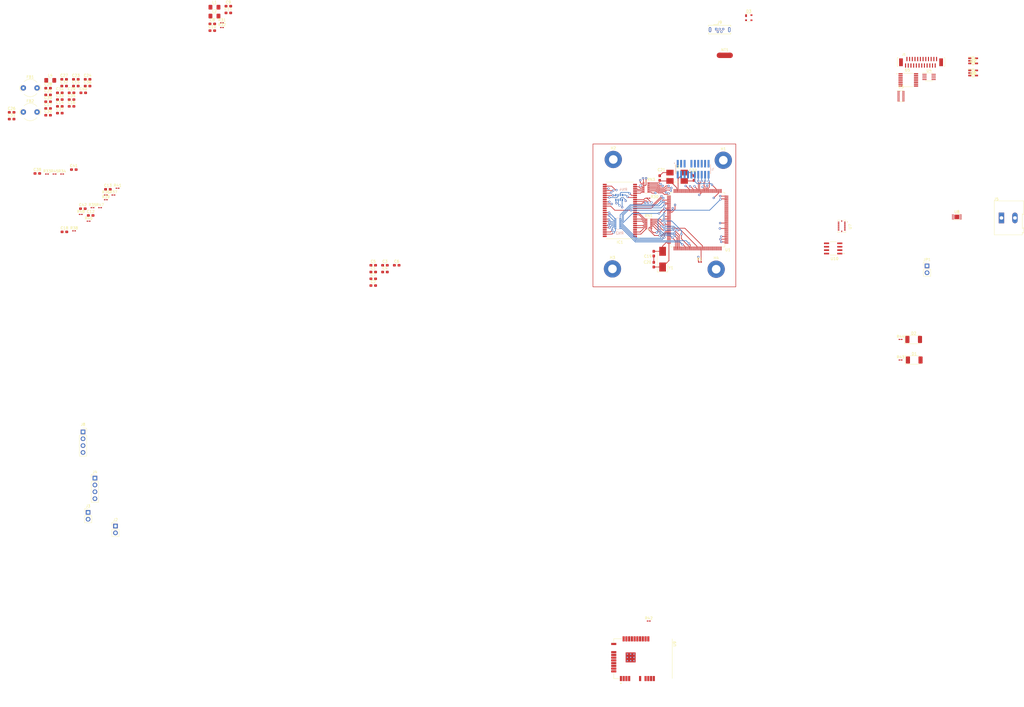
<source format=kicad_pcb>
(kicad_pcb (version 20211014) (generator pcbnew)
  (layers (0 "F.Cu" signal) (1 "In1.Cu" signal) (2 "In2.Cu" signal) (31 "B.Cu" signal) (34 "B.Paste" user) (35 "F.Paste" user) (36 "B.SilkS" user "B.Silkscreen") (37 "F.SilkS" user "F.Silkscreen") (38 "B.Mask" user) (39 "F.Mask" user) (44 "Edge.Cuts" user))
  (net 0 "")
  (net 1 "GND")
  (net 2 "Net-(D3-Pad2)")
  (net 3 "Net-(D3-Pad3)")
  (net 4 "Net-(C18-Pad2)")
  (net 5 "+3V3")
  (net 6 "Net-(IC1-Pad2)")
  (net 7 "Net-(IC1-Pad3)")
  (net 8 "Net-(IC1-Pad5)")
  (net 9 "Net-(IC1-Pad6)")
  (net 10 "Net-(IC1-Pad8)")
  (net 11 "Net-(IC1-Pad9)")
  (net 12 "Net-(IC1-Pad11)")
  (net 13 "Net-(IC1-Pad12)")
  (net 14 "/SDRAM/NBS0")
  (net 15 "/SDRAM/SDWE")
  (net 16 "/SDRAM/CAS")
  (net 17 "/SDRAM/RAS")
  (net 18 "/SDRAM/SDCS")
  (net 19 "Net-(IC1-Pad19)")
  (net 20 "Net-(IC1-Pad20)")
  (net 21 "Net-(IC1-Pad21)")
  (net 22 "Net-(IC1-Pad22)")
  (net 23 "Net-(IC1-Pad23)")
  (net 24 "Net-(IC1-Pad24)")
  (net 25 "Net-(IC1-Pad27)")
  (net 26 "Net-(IC1-Pad28)")
  (net 27 "Net-(IC1-Pad29)")
  (net 28 "Net-(IC1-Pad30)")
  (net 29 "Net-(IC1-Pad31)")
  (net 30 "Net-(IC1-Pad32)")
  (net 32 "/SDRAM/SDCKE")
  (net 33 "Net-(IC1-Pad35)")
  (net 34 "/SDRAM/NBS1")
  (net 36 "Net-(IC1-Pad39)")
  (net 37 "Net-(IC1-Pad40)")
  (net 38 "Net-(IC1-Pad42)")
  (net 39 "Net-(IC1-Pad43)")
  (net 40 "Net-(IC1-Pad45)")
  (net 41 "Net-(IC1-Pad46)")
  (net 42 "Net-(IC1-Pad48)")
  (net 43 "Net-(IC1-Pad49)")
  (net 45 "Net-(J1-Pad3)")
  (net 46 "Net-(C8-Pad1)")
  (net 47 "Net-(J1-Pad5)")
  (net 48 "Net-(J1-Pad6)")
  (net 49 "Net-(J1-Pad7)")
  (net 50 "Net-(J1-Pad8)")
  (net 51 "Net-(J1-Pad9)")
  (net 52 "Net-(C10-Pad2)")
  (net 53 "+1V8")
  (net 54 "Net-(J1-Pad12)")
  (net 55 "Net-(J1-Pad13)")
  (net 56 "Net-(J1-Pad14)")
  (net 57 "Net-(J1-Pad16)")
  (net 58 "Net-(J1-Pad17)")
  (net 59 "Net-(J1-Pad18)")
  (net 60 "Net-(J1-Pad19)")
  (net 61 "Net-(J1-Pad20)")
  (net 62 "Net-(J1-Pad21)")
  (net 63 "Net-(J1-Pad22)")
  (net 65 "Net-(C9-Pad1)")
  (net 66 "/Debug/SWDIO")
  (net 67 "/Debug/SWCLK")
  (net 68 "/Debug/TRACESWO")
  (net 70 "/Debug/TARGET_RESET")
  (net 72 "/Debug/TRACECLK")
  (net 74 "/Debug/TRACED0")
  (net 75 "/Debug/TRACED1")
  (net 76 "/Debug/TRACED2")
  (net 77 "/Debug/TRACED3")
  (net 79 "UART0RX")
  (net 80 "VDD")
  (net 81 "/SDRAM/DQ8")
  (net 82 "/SDRAM/DQ9")
  (net 83 "/SDRAM/DQ10")
  (net 84 "/SDRAM/DQ11")
  (net 85 "/SDRAM/DQ0")
  (net 86 "/SDRAM/A7")
  (net 87 "/SDRAM/A6")
  (net 90 "/SDRAM/A9")
  (net 91 "Net-(U1-Pad17)")
  (net 92 "Net-(U1-Pad19)")
  (net 93 "Net-(U1-Pad20)")
  (net 94 "Net-(U1-Pad21)")
  (net 95 "/SDRAM/A11")
  (net 99 "Net-(U1-Pad26)")
  (net 100 "/SDRAM/DQ12")
  (net 101 "/SDRAM/DQ13")
  (net 102 "/OV5640/ISI_D2")
  (net 103 "Net-(U1-Pad32)")
  (net 104 "UART0TX")
  (net 105 "Net-(C19-Pad2)")
  (net 106 "Net-(C20-Pad2)")
  (net 107 "Net-(U1-Pad37)")
  (net 108 "/SDRAM/DQ1")
  (net 109 "/SDRAM/DQ2")
  (net 110 "/SDRAM/DQ3")
  (net 111 "/SDRAM/DQ4")
  (net 112 "SPI0_MOSI")
  (net 113 "/SDRAM/DQ15")
  (net 116 "/SDRAM/DQ7")
  (net 117 "/SDRAM/DQ14")
  (net 118 "SPI0_SCK")
  (net 119 "Net-(U1-Pad52)")
  (net 121 "/SDRAM/DQ6")
  (net 122 "Net-(U1-Pad55)")
  (net 123 "Net-(U1-Pad56)")
  (net 124 "/SDRAM/SDCK")
  (net 125 "/SDRAM/DQ5")
  (net 127 "/OV5640/ISI_D0")
  (net 129 "/OV5640/ISI_D1")
  (net 130 "SPI0_SS")
  (net 134 "SPI0_MISO")
  (net 136 "/OV5640/ISI_D7")
  (net 138 "/OV5640/ISI_D4")
  (net 139 "/OV5640/ISI_D3")
  (net 140 "/SDRAM/A8")
  (net 141 "TWI0_SCK")
  (net 145 "Net-(JP1-Pad2)")
  (net 146 "/SDRAM/A10")
  (net 148 "TWI0_SDA")
  (net 149 "/OV5640/ISI_D6")
  (net 152 "Net-(U1-Pad97)")
  (net 153 "/OV5640/ISI_D5")
  (net 157 "BMI088_INT")
  (net 160 "Net-(U1-Pad105)")
  (net 163 "Net-(U1-Pad114)")
  (net 167 "/SDRAM/A0")
  (net 168 "/SDRAM/A1")
  (net 169 "Net-(FB1-Pad1)")
  (net 170 "/SDRAM/A2")
  (net 171 "/SDRAM/A3")
  (net 174 "/SDRAM/A4")
  (net 177 "/SDRAM/A5")
  (net 178 "Net-(FB2-Pad1)")
  (net 179 "Net-(C22-Pad1)")
  (net 180 "Net-(C21-Pad1)")
  (net 181 "Net-(C24-Pad1)")
  (net 182 "Net-(R47-Pad1)")
  (net 183 "PSEQ_DONE")
  (net 185 "+2V8")
  (net 189 "Net-(U7-Pad12)")
  (net 191 "+5V")
  (net 192 "Net-(J5-Pad2)")
  (net 193 "Net-(J5-Pad1)")
  (net 194 "Net-(R44-Pad2)")
  (net 195 "Net-(R42-Pad2)")
  (net 200 "Net-(R43-Pad2)")
  (net 205 "Net-(J9-Pad1)")
  (net 206 "Net-(D1-Pad1)")
  (net 207 "Net-(D2-Pad1)")
  (net 211 "+12V")
  (net 213 "GND1")
  (net 214 "Net-(L4-Pad2)")
  (footprint "Capacitor_SMD:C_0603_1608Metric_Pad1.08x0.95mm_HandSolder" (layer "F.Cu") (at -73.25 83.67)
    (fp_text reference "C41")
    (fp_text value "100nF")
  )
  (footprint "Capacitor_SMD:C_0603_1608Metric_Pad1.08x0.95mm_HandSolder" (layer "F.Cu") (at 37.846 124.176)
    (fp_text reference "C7")
    (fp_text value "100nF")
  )
  (footprint "Resistor_SMD:R_0201_0603Metric_Pad0.64x0.40mm_HandSolder" (layer "F.Cu") (at -77.58 85.31)
    (fp_text reference "R34")
    (fp_text value "10k")
  )
  (footprint "Resistor_SMD:R_0201_0603Metric_Pad0.64x0.40mm_HandSolder" (layer "F.Cu") (at -63.5 97.79)
    (fp_text reference "R47")
    (fp_text value "22K")
  )
  (footprint "Ferrite_THT:LairdTech_28C0236-0JW-10" (layer "F.Cu") (at -91.962168 62.305)
    (fp_text reference "FB2")
    (fp_text value "470R@100MHz")
  )
  (footprint "Resistor_SMD:R_Array_Convex_8x0602" (layer "F.Cu") (at 140.07 103.83)
    (fp_text reference "RN1")
    (fp_text value "R_Pack08" hide)
  )
  (footprint "Resistor_SMD:R_0201_0603Metric_Pad0.64x0.40mm_HandSolder" (layer "F.Cu") (at -61.36 93.1)
    (fp_text reference "R36")
    (fp_text value "4.7k")
  )
  (footprint "Connector_PinHeader_2.54mm:PinHeader_1x02_P2.54mm_Vertical" (layer "F.Cu") (at -67.945 210.83)
    (fp_text reference "J3")
    (fp_text value "UART3_DEBUG")
  )
  (footprint "user-footprints:SOP80P1176X120-50N" (layer "F.Cu") (at 129.36 98.82 180)
    (fp_text reference "IC1")
    (fp_text value "IS42S16100H-7TLI")
  )
  (footprint "Capacitor_SMD:C_0603_1608Metric_Pad1.08x0.95mm_HandSolder" (layer "F.Cu") (at -86.78 85.1)
    (fp_text reference "C38")
    (fp_text value "100nF")
  )
  (footprint "Capacitor_SMD:C_0603_1608Metric_Pad1.08x0.95mm_HandSolder" (layer "F.Cu") (at -15.91 25.535)
    (fp_text reference "C11")
    (fp_text value "100nF")
  )
  (footprint "user-footprints:SOT95P280X145-5N" (layer "F.Cu") (at 260.415 47.825)
    (fp_text reference "U6")
    (fp_text value "LDLN025M18R" hide)
  )
  (footprint "Capacitor_SMD:C_0603_1608Metric_Pad1.08x0.95mm_HandSolder" (layer "F.Cu") (at -69.735 55.185)
    (fp_text reference "C40")
    (fp_text value "100nF")
  )
  (footprint "Capacitor_SMD:C_0603_1608Metric_Pad1.08x0.95mm_HandSolder" (layer "F.Cu") (at -82.785 63.495)
    (fp_text reference "C30")
    (fp_text value "4.7uF")
  )
  (footprint "Resistor_SMD:R_0201_0603Metric_Pad0.64x0.40mm_HandSolder" (layer "F.Cu") (at -58.55 93.1)
    (fp_text reference "R37")
    (fp_text value "4.7k")
  )
  (footprint "Capacitor_SMD:C_0603_1608Metric_Pad1.08x0.95mm_HandSolder" (layer "F.Cu") (at -69.89 98.17)
    (fp_text reference "C42")
    (fp_text value "1uF")
  )
  (footprint "Inductor_SMD:L_1206_3216Metric_Pad1.42x1.75mm_HandSolder" (layer "F.Cu") (at -81.985 50.555)
    (fp_text reference "L4")
    (fp_text value "10uH - 60mA")
  )
  (footprint "Resistor_SMD:R_0201_0603Metric_Pad0.64x0.40mm_HandSolder" (layer "F.Cu") (at 159.0775 117.99 180)
    (fp_text reference "R1")
    (fp_text value "22R")
  )
  (footprint "Capacitor_SMD:C_0603_1608Metric_Pad1.08x0.95mm_HandSolder" (layer "F.Cu") (at 141.93 118.94 -90)
    (fp_text reference "C20")
    (fp_text value "18pF")
  )
  (footprint "Package_SON:USON-20_2x4mm_P0.4mm" (layer "F.Cu") (at 233.64 56.44)
    (fp_text reference "U3")
    (fp_text value "TXB0108DQSR")
  )
  (footprint "user-footprints:SOIC127P600X175-8N" (layer "F.Cu") (at 208.48 112.92 180)
    (fp_text reference "U10")
    (fp_text value "ATECC508A-SSHDA-B")
  )
  (footprint "Capacitor_SMD:C_0603_1608Metric_Pad1.08x0.95mm_HandSolder" (layer "F.Cu") (at -78.435 60.205)
    (fp_text reference "C14")
    (fp_text value "1uF")
  )
  (footprint "MountingHole:MountingHole_3.2mm_M3_Pad" (layer "F.Cu") (at 126.6 120.5)
    (fp_text reference "H3")
    (fp_text value "MountingHole_Pad")
  )
  (footprint "Capacitor_SMD:C_0603_1608Metric_Pad1.08x0.95mm_HandSolder" (layer "F.Cu") (at -76.835 50.165)
    (fp_text reference "C27")
    (fp_text value "100nF")
  )
  (footprint "Capacitor_SMD:C_0603_1608Metric_Pad1.08x0.95mm_HandSolder" (layer "F.Cu") (at -82.785 60.985)
    (fp_text reference "C17")
    (fp_text value "10uF")
  )
  (footprint "Capacitor_SMD:C_0603_1608Metric_Pad1.08x0.95mm_HandSolder" (layer "F.Cu") (at 42.196 119.156)
    (fp_text reference "C3")
    (fp_text value "100nF")
  )
  (footprint "user-footprints:TE_2-1734742-4" (layer "F.Cu") (at 241.09 43.85)
    (fp_text reference "J1")
    (fp_text value "2-1734742-4_1")
  )
  (footprint "user-footprints:SOT95P280X145-5N" (layer "F.Cu") (at 260.415 43.325)
    (fp_text reference "U2")
    (fp_text value "LDLN025M28R" hide)
  )
  (footprint "MountingHole:MountingHole_3.2mm_M3_Pad" (layer "F.Cu") (at 165.08 120.63)
    (fp_text reference "H4")
    (fp_text value "MountingHole_Pad")
  )
  (footprint "Resistor_SMD:R_0201_0603Metric_Pad0.64x0.40mm_HandSolder" (layer "F.Cu") (at 233.4775 154.305)
    (fp_text reference "R43")
    (fp_text value "560R")
  )
  (footprint "Capacitor_SMD:C_0603_1608Metric_Pad1.08x0.95mm_HandSolder" (layer "F.Cu") (at -74.085 55.185)
    (fp_text reference "C29")
    (fp_text value "100nF")
  )
  (footprint "Resistor_SMD:R_0201_0603Metric_Pad0.64x0.40mm_HandSolder" (layer "F.Cu") (at -80.39 85.31)
    (fp_text reference "R45")
    (fp_text value "2.2R")
  )
  (footprint "LED_SMD:LED_2010_5025Metric_Pad1.52x2.65mm_HandSolder" (layer "F.Cu") (at 238.5575 154.305)
    (fp_text reference "D1")
    (fp_text value "ORANGE")
  )
  (footprint "Resistor_SMD:R_0201_0603Metric_Pad0.64x0.40mm_HandSolder" (layer "F.Cu") (at -73.15 106.39)
    (fp_text reference "R38")
    (fp_text value "10K")
  )
  (footprint "Capacitor_SMD:C_0603_1608Metric_Pad1.08x0.95mm_HandSolder" (layer "F.Cu") (at -60.59 90.97)
    (fp_text reference "C13")
    (fp_text value "100nF")
  )
  (footprint "Capacitor_SMD:C_0603_1608Metric_Pad1.08x0.95mm_HandSolder" (layer "F.Cu") (at 37.846 121.666)
    (fp_text reference "C1")
    (fp_text value "2.2uF")
  )
  (footprint "Capacitor_SMD:C_0603_1608Metric_Pad1.08x0.95mm_HandSolder" (layer "F.Cu") (at 37.846 126.686)
    (fp_text reference "C2")
    (fp_text value "100nF")
  )
  (footprint "NetTie:NetTie-2_SMD_Pad2.0mm" (layer "F.Cu") (at 168.275 41.275)
    (fp_text reference "NT1")
    (fp_text value "NetTie_2")
  )
  (footprint "Package_QFP:LQFP-144_20x20mm_P0.5mm" (layer "F.Cu") (at 158.21 102.26)
    (fp_text reference "U1")
    (fp_text value "ATSAME70Q21B-AN")
  )
  (footprint "Connector_PinHeader_2.54mm:PinHeader_1x02_P2.54mm_Vertical" (layer "F.Cu") (at -57.785 215.91)
    (fp_text reference "J2")
    (fp_text value "I2C debug header")
  )
  (footprint "Capacitor_SMD:C_0603_1608Metric_Pad1.08x0.95mm_HandSolder" (layer "F.Cu") (at -82.785 55.965)
    (fp_text reference "C25")
    (fp_text value "4.7uF")
  )
  (footprint "TerminalBlock:TerminalBlock_Altech_AK300-2_P5.00mm" (layer "F.Cu") (at 270.92 101.6)
    (fp_text reference "J5")
    (fp_text value "CAN_terminal")
  )
  (footprint "Capacitor_SMD:C_0603_1608Metric_Pad1.08x0.95mm_HandSolder" (layer "F.Cu") (at 141.93 114.8525 90)
    (fp_text reference "C19")
    (fp_text value "18pF")
  )
  (footprint "user-footprints:PQFN50P450X300X100-16N" (layer "F.Cu") (at 211.655 104.665 -90)
    (fp_text reference "U7")
    (fp_text value "BMI088")
  )
  (footprint "Crystal:Crystal_SMD_0603-2Pin_6.0x3.5mm_HandSoldering" (layer "F.Cu") (at 145.2 116.8925 90)
    (fp_text reference "Y1")
    (fp_text value "Crystal" hide)
  )
  (footprint "Capacitor_SMD:C_0603_1608Metric_Pad1.08x0.95mm_HandSolder" (layer "F.Cu") (at -78.435 57.695)
    (fp_text reference "C33")
    (fp_text value "100nF")
  )
  (footprint "Capacitor_SMD:C_0603_1608Metric_Pad1.08x0.95mm_HandSolder" (layer "F.Cu") (at 42.196 121.666)
    (fp_text reference "C4")
    (fp_text value "100nF")
  )
  (footprint "Capacitor_SMD:C_0603_1608Metric_Pad1.08x0.95mm_HandSolder" (layer "F.Cu") (at -96.315 62.415)
    (fp_text reference "C26")
    (fp_text value "100nF")
  )
  (footprint "Package_SO:SSOP-8_2.95x2.8mm_P0.65mm" (layer "F.Cu") (at 244.06 49.29)
    (fp_text reference "U4")
    (fp_text value "TXS0102DCT")
  )
  (footprint "Capacitor_SMD:C_0603_1608Metric_Pad1.08x0.95mm_HandSolder" (layer "F.Cu") (at -66.99 100.68)
    (fp_text reference "C12")
    (fp_text value "100nF")
  )
  (footprint "Capacitor_SMD:C_0603_1608Metric_Pad1.08x0.95mm_HandSolder" (layer "F.Cu") (at -82.785 58.475)
    (fp_text reference "C39")
    (fp_text value "100nF")
  )
  (footprint "Package_DFN_QFN:TDFN-8-1EP_3x2mm_P0.5mm_EP1.80x1.65mm" (layer "F.Cu") (at 254.36 101.225)
    (fp_text reference "U8")
    (fp_text value "MCP2558FD-xMNY")
  )
  (footprint "Capacitor_SMD:C_0603_1608Metric_Pad1.08x0.95mm_HandSolder" (layer "F.Cu") (at 144.135 86.801667 90)
    (fp_text reference "C21")
    (fp_text value "12pF")
  )
  (footprint "Ferrite_THT:LairdTech_28C0236-0JW-10" (layer "F.Cu") (at -91.962168 53.375)
    (fp_text reference "FB1")
    (fp_text value "470R@100MHz")
  )
  (footprint "Capacitor_SMD:C_0603_1608Metric_Pad1.08x0.95mm_HandSolder" (layer "F.Cu") (at -76.835 52.675)
    (fp_text reference "C32")
    (fp_text value "100nF")
  )
  (footprint "Resistor_SMD:R_0201_0603Metric_Pad0.64x0.40mm_HandSolder" (layer "F.Cu") (at -83.2 85.31)
    (fp_text reference "R33")
    (fp_text value "10k")
  )
  (footprint "user-footprints:MICROCHIP_ATWINC1500-MR210UB" (layer "F.Cu") (at 129.7432 265.1252 -90)
    (fp_text reference "U9")
    (fp_text value "ATWINC1500-MR210UB")
  )
  (footprint "Inductor_SMD:L_1206_3216Metric_Pad1.42x1.75mm_HandSolder" (layer "F.Cu") (at -21.06 26.705)
    (fp_text reference "L2")
    (fp_text value "600R@100MHz")
  )
  (footprint "Capacitor_SMD:C_0603_1608Metric_Pad1.08x0.95mm_HandSolder" (layer "F.Cu") (at -74.085 60.205)
    (fp_text reference "C16")
    (fp_text value "10uF")
  )
  (footprint "Resistor_SMD:R_0201_0603Metric_Pad0.64x0.40mm_HandSolder" (layer "F.Cu") (at -70.66 100.3)
    (fp_text reference "R48")
    (fp_text value "15K")
  )
  (footprint "Connector_PinHeader_2.54mm:PinHeader_1x04_P2.54mm_Vertical" (layer "F.Cu") (at -65.405 198.13)
    (fp_text reference "J4")
    (fp_text value "SPI0 debug header")
  )
  (footprint "Capacitor_SMD:C_0603_1608Metric_Pad1.08x0.95mm_HandSolder" (layer "F.Cu") (at -72.485 50.165)
    (fp_text reference "C23")
    (fp_text value "100nF")
  )
  (footprint "Connector_USB:USB_Micro-B_Wuerth_614105150721_Vertical" (layer "F.Cu") (at 165.07 31.53)
    (fp_text reference "J9")
    (fp_text value "USB_B_Micro")
  )
  (footprint "Connector_PinSocket_2.54mm:PinSocket_1x04_P2.54mm_Vertical" (layer "F.Cu") (at -69.825 180.995)
    (fp_text reference "J8")
    (fp_text value "Power input")
  )
  (footprint "Capacitor_SMD:C_0603_1608Metric_Pad1.08x0.95mm_HandSolder" (layer "F.Cu") (at -78.435 55.185)
    (fp_text reference "C34")
    (fp_text value "1uF")
  )
  (footprint "Capacitor_SMD:C_0603_1608Metric_Pad1.08x0.95mm_HandSolder" (layer "F.Cu") (at -68.135 52.675)
    (fp_text reference "C36")
    (fp_text value "100nF")
  )
  (footprint "Capacitor_SMD:C_0603_1608Metric_Pad1.08x0.95mm_HandSolder" (layer "F.Cu") (at 37.846 119.156)
    (fp_text reference "C5")
    (fp_text value "100nF")
  )
  (footprint "Resistor_SMD:R_0201_0603Metric_Pad0.64x0.40mm_HandSolder" (layer "F.Cu") (at -57.01 90.59)
    (fp_text reference "R41")
    (fp_text value "120R")
  )
  (footprint "Capacitor_SMD:C_0603_1608Metric_Pad1.08x0.95mm_HandSolder" (layer "F.Cu") (at -21.86 32.115)
    (fp_text reference "C10")
    (fp_text value "100nF")
  )
  (footprint "Capacitor_SMD:C_0603_1608Metric_Pad1.08x0.95mm_HandSolder" (layer "F.Cu") (at -21.86 29.605)
    (fp_text reference "C8")
    (fp_text value "100nF")
  )
  (footprint "Capacitor_SMD:C_0603_1608Metric_Pad1.08x0.95mm_HandSolder" (layer "F.Cu") (at -96.315 64.925)
    (fp_text reference "C31")
    (fp_text value "100nF")
  )
  (footprint "Capacitor_SMD:C_0603_1608Metric_Pad1.08x0.95mm_HandSolder" (layer "F.Cu") (at -74.085 57.695)
    (fp_text reference "C35")
    (fp_text value "100nF")
  )
  (footprint "Package_TO_SOT_SMD:SOT-143" (layer "F.Cu") (at 177.165 27.305)
    (fp_text reference "D3")
    (fp_text value "PRTR5V0U2X")
  )
  (footprint "Capacitor_SMD:C_0603_1608Metric_Pad1.08x0.95mm_HandSolder" (layer "F.Cu") (at -68.135 50.165)
    (fp_text reference "C24")
    (fp_text value "4.7uF")
  )
  (footprint "user-footprints:SOP65P640X120-16N" (layer "F.Cu") (at 236.355 50.39)
    (fp_text reference "U5")
    (fp_text value "TXB0106PWR")
  )
  (footprint "Capacitor_SMD:C_0603_1608Metric_Pad1.08x0.95mm_HandSolder" (layer "F.Cu") (at 46.546 119.156)
    (fp_text reference "C6")
    (fp_text value "100nF")
  )
  (footprint "Capacitor_SMD:C_0603_1608Metric_Pad1.08x0.95mm_HandSolder" (layer "F.Cu") (at -78.435 62.715)
    (fp_text reference "C37")
    (fp_text value "100nF")
  )
  (footprint "Crystal:Crystal_SMD_0603-4Pin_6.0x3.5mm_HandSoldering" (layer "F.Cu") (at 150.58 86.33)
    (fp_text reference "Y2")
    (fp_text value "Crystal_GND24" hide)
  )
  (footprint "Resistor_SMD:R_0201_0603Metric_Pad0.64x0.40mm_HandSolder" (layer "F.Cu") (at 233.4775 146.685)
    (fp_text reference "R44")
    (fp_text value "560R")
  )
  (footprint "MountingHole:MountingHole_3.2mm_M3_Pad" (layer "F.Cu") (at 126.9 79.91)
    (fp_text reference "H2")
    (fp_text value "MountingHole_Pad")
  )
  (footprint "Capacitor_SMD:C_0603_1608Metric_Pad1.08x0.95mm_HandSolder" (layer "F.Cu") (at -82.785 53.455)
    (fp_text reference "C28")
    (fp_text value "100nF")
  )
  (footprint "Capacitor_SMD:C_0603_1608Metric_Pad1.08x0.95mm_HandSolder" (layer "F.Cu") (at -15.91 23.025)
    (fp_text reference "C9")
    (fp_text value "100nF")
  )
  (footprint "Connector_PinHeader_2.54mm:PinHeader_1x02_P2.54mm_Vertical" (layer "F.Cu") (at 243.3 119.405)
    (fp_text reference "JP1")
    (fp_text value "Chip Erase")
  )
  (footprint "Resistor_SMD:R_0201_0603Metric_Pad0.64x0.40mm_HandSolder" (layer "F.Cu") (at -18.28 29.225)
    (fp_text reference "R31")
    (fp_text value "10k")
  )
  (footprint "Resistor_SMD:R_0201_0603Metric_Pad0.64x0.40mm_HandSolder" (layer "F.Cu") (at 139.92 94.28 180)
    (fp_text reference "R30")
    (fp_text value "100K" hide)
  )
  (footprint "MountingHole:MountingHole_3.2mm_M3_Pad" (layer "F.Cu") (at 167.72 80.2)
    (fp_text reference "H1")
    (fp_text value "MountingHole_Pad")
  )
  (footprint "Inductor_SMD:L_1206_3216Metric_Pad1.42x1.75mm_HandSolder" (layer "F.Cu") (at -21.06 23.415)
    (fp_text reference "L1")
    (fp_text value "600R@100MHz")
  )
  (footprint "Resistor_SMD:R_Array_Convex_8x0602" (layer "F.Cu") (at 139.02 90.314862)
    (fp_text reference "RN3")
    (fp_text value "R_Pack08" hide)
  )
  (footprint "Capacitor_SMD:C_0603_1608Metric_Pad1.08x0.95mm_HandSolder" (layer "F.Cu") (at -72.485 52.675)
    (fp_text reference "C15")
    (fp_text value "1uF")
  )
  (footprint "Resistor_SMD:R_0201_0603Metric_Pad0.64x0.40mm_HandSolder" (layer "F.Cu") (at -18.28 30.975)
    (fp_text reference "R32")
    (fp_text value "10k")
  )
  (footprint "Resistor_SMD:R_0201_0603Metric_Pad0.64x0.40mm_HandSolder" (layer "F.Cu") (at -67.76 102.81)
    (fp_text reference "R40")
    (fp_text value "10k")
  )
  (footprint "Capacitor_SMD:C_0603_1608Metric_Pad1.08x0.95mm_HandSolder" (layer "F.Cu") (at 156.835 86.801667 -90)
    (fp_text reference "C22")
    (fp_text value "12pF")
  )
  (footprint "LED_SMD:LED_2010_5025Metric_Pad1.52x2.65mm_HandSolder" (layer "F.Cu") (at 238.355 146.685)
    (fp_text reference "D2")
    (fp_text value "RED")
  )
  (footprint "Capacitor_SMD:C_0603_1608Metric_Pad1.08x0.95mm_HandSolder" (layer "F.Cu") (at -76.73 106.77)
    (fp_text reference "C18")
    (fp_text value "10pF")
  )
  (footprint "Resistor_SMD:R_0201_0603Metric_Pad0.64x0.40mm_HandSolder" (layer "F.Cu") (at -66.31 97.79)
    (fp_text reference "R35")
    (fp_text value "5.62K")
  )
  (footprint "Resistor_SMD:R_0201_0603Metric_Pad0.64x0.40mm_HandSolder" (layer "F.Cu") (at -61.36 94.85)
    (fp_text reference "R39")
    (fp_text value "10K")
  )
  (footprint "Resistor_SMD:R_0201_0603Metric_Pad0.64x0.40mm_HandSolder" (layer "F.Cu") (at 140.0582 251.15365)
    (fp_text reference "R42")
    (fp_text value "1M")
  )
  (footprint "Resistor_SMD:R_Array_Convex_4x0603" (layer "B.Cu") (at 129.08 94 90)
    (fp_text reference "RN4")
    (fp_text value "R_Pack04" hide)
  )
  (footprint "user-footprints:SAMTEC_FTSH-110-X-X-DV-007-K" (layer "B.Cu") (at 156.53 83.5)
    (fp_text reference "J7")
    (fp_text value "FTSH-110-X-X-DV-007-K")
  )
  (footprint "Resistor_SMD:R_Array_Convex_8x0602" (layer "B.Cu") (at 128.58 103.74)
    (fp_text reference "RN2")
    (fp_text value "R_Pack08" hide)
  )
  (gr_rect (start 119.36 74.16) (end 172.36 127.16) (layer "F.Cu") (width 0.2) (fill none))
  (segment (start 153.23 87.88) (end 156.619167 87.88) (width 0.25) (layer "F.Cu") (net 1))
  (segment (start 156.619167 87.88) (end 156.835 87.664167) (width 0.25) (layer "F.Cu") (net 1))
  (segment (start 141.93 115.715) (end 141.93 118.0775) (width 0.25) (layer "F.Cu") (net 1))
  (segment (start 145.294167 84.78) (end 147.93 84.78) (width 0.25) (layer "F.Cu") (net 1))
  (segment (start 144.135 85.939167) (end 145.294167 84.78) (width 0.25) (layer "F.Cu") (net 1))
  (segment (start 137.135138 107.614862) (end 139.17 105.58) (width 0.25) (layer "F.Cu") (net 6))
  (segment (start 137.135138 107.614862) (end 134.985138 107.614862) (width 0.25) (layer "F.Cu") (net 6))
  (segment (start 134.985138 107.614862) (end 134.98 107.62) (width 0.25) (layer "F.Cu") (net 6))
  (segment (start 134.98 106.82) (end 136.88 106.82) (width 0.25) (layer "F.Cu") (net 7))
  (segment (start 137.05 106.65) (end 136.885138 106.814862) (width 0.25) (layer "F.Cu") (net 7))
  (segment (start 139.17 105.08) (end 138.62 105.08) (width 0.25) (layer "F.Cu") (net 7))
  (segment (start 138.62 105.08) (end 137.05 106.65) (width 0.25) (layer "F.Cu") (net 7))
  (segment (start 136.88 106.82) (end 137.05 106.65) (width 0.25) (layer "F.Cu") (net 7))
  (segment (start 134.98 105.22) (end 137.843604 105.22) (width 0.25) (layer "F.Cu") (net 8))
  (segment (start 137.843604 105.22) (end 138.483604 104.58) (width 0.25) (layer "F.Cu") (net 8))
  (segment (start 138.483604 104.58) (end 139.17 104.58) (width 0.25) (layer "F.Cu") (net 8))
  (segment (start 138 104.42) (end 138.007208 104.42) (width 0.25) (layer "F.Cu") (net 9))
  (segment (start 138 104.42) (end 138.003604 104.423604) (width 0.25) (layer "F.Cu") (net 9))
  (segment (start 138.007208 104.42) (end 138.347208 104.08) (width 0.25) (layer "F.Cu") (net 9))
  (segment (start 134.98 104.42) (end 138 104.42) (width 0.25) (layer "F.Cu") (net 9))
  (segment (start 139.17 104.08) (end 138.347208 104.08) (width 0.25) (layer "F.Cu") (net 9))
  (segment (start 138.357208 103.58) (end 139.17 103.58) (width 0.25) (layer "F.Cu") (net 10))
  (segment (start 137.59207 102.814862) (end 134.985138 102.814862) (width 0.25) (layer "F.Cu") (net 10))
  (segment (start 135.014862 102.785138) (end 134.98 102.82) (width 0.25) (layer "F.Cu") (net 10))
  (segment (start 137.59207 102.814862) (end 138.357208 103.58) (width 0.25) (layer "F.Cu") (net 10))
  (segment (start 135.0136 102.7864) (end 134.98 102.82) (width 0.25) (layer "F.Cu") (net 10))
  (segment (start 134.985138 102.814862) (end 134.98 102.82) (width 0.25) (layer "F.Cu") (net 10))
  (segment (start 137.428466 102.014862) (end 137.315138 102.014862) (width 0.25) (layer "F.Cu") (net 11))
  (segment (start 137.31 102.02) (end 137.315138 102.014862) (width 0.25) (layer "F.Cu") (net 11))
  (segment (start 138.493604 103.08) (end 137.428466 102.014862) (width 0.25) (layer "F.Cu") (net 11))
  (segment (start 139.17 103.08) (end 138.493604 103.08) (width 0.25) (layer "F.Cu") (net 11))
  (segment (start 134.98 102.02) (end 137.31 102.02) (width 0.25) (layer "F.Cu") (net 11))
  (segment (start 136.464862 100.414862) (end 138.63 102.58) (width 0.25) (layer "F.Cu") (net 12))
  (segment (start 134.98 100.42) (end 136.459724 100.42) (width 0.25) (layer "F.Cu") (net 12))
  (segment (start 138.63 102.58) (end 139.17 102.58) (width 0.25) (layer "F.Cu") (net 12))
  (segment (start 136.459724 100.42) (end 136.464862 100.414862) (width 0.25) (layer "F.Cu") (net 12))
  (segment (start 134.98 99.62) (end 134.985138 99.614862) (width 0.25) (layer "F.Cu") (net 13))
  (segment (start 138.766396 102.08) (end 136.301258 99.614862) (width 0.25) (layer "F.Cu") (net 13))
  (segment (start 134.985138 99.614862) (end 136.301258 99.614862) (width 0.25) (layer "F.Cu") (net 13))
  (segment (start 139.17 102.08) (end 138.766396 102.08) (width 0.25) (layer "F.Cu") (net 13))
  (segment (start 165.96 92.400685) (end 165.96 91.5975) (width 0.25) (layer "F.Cu") (net 14))
  (segment (start 164.192528 94.168157) (end 165.96 92.400685) (width 0.25) (layer "F.Cu") (net 14))
  (segment (start 140.983768 98.02) (end 144.766469 94.237299) (width 0.25) (layer "F.Cu") (net 14))
  (segment (start 134.98 98.02) (end 140.983768 98.02) (width 0.25) (layer "F.Cu") (net 14))
  (segment (start 164.192528 94.1795) (end 164.192528 94.168157) (width 0.25) (layer "F.Cu") (net 14))
  (segment (start 144.766469 94.237299) (end 145.452701 94.237299) (width 0.25) (layer "F.Cu") (net 14))
  (via (at 145.452701 94.237299) (size 0.8) (drill 0.4) (layers "F.Cu" "B.Cu") (net 14))
  (via (at 164.192528 94.1795) (size 0.8) (drill 0.4) (layers "F.Cu" "B.Cu") (net 14))
  (segment (start 134.98 97.22) (end 141.147372 97.22) (width 0.25) (layer "F.Cu") (net 15))
  (segment (start 144.782357 93.585015) (end 144.782357 93.495702) (width 0.25) (layer "F.Cu") (net 15))
  (segment (start 166.58 93.51) (end 168.8725 93.51) (width 0.25) (layer "F.Cu") (net 15))
  (segment (start 141.147372 97.22) (end 144.782357 93.585015) (width 0.25) (layer "F.Cu") (net 15))
  (via (at 144.782357 93.495702) (size 0.8) (drill 0.4) (layers "F.Cu" "B.Cu") (net 15))
  (via (at 166.58 93.51) (size 0.8) (drill 0.4) (layers "F.Cu" "B.Cu") (net 15))
  (segment (start 137.44 96.42) (end 137.91 95.95) (width 0.25) (layer "F.Cu") (net 16))
  (segment (start 166.98 110.51) (end 166.94 110.47) (width 0.25) (layer "F.Cu") (net 16))
  (segment (start 168.8725 110.51) (end 166.98 110.51) (width 0.25) (layer "F.Cu") (net 16))
  (segment (start 138.74 95.95) (end 137.91 95.95) (width 0.25) (layer "F.Cu") (net 16))
  (segment (start 134.98 96.42) (end 137.44 96.42) (width 0.25) (layer "F.Cu") (net 16))
  (via (at 138.74 95.95) (size 0.8) (drill 0.4) (layers "F.Cu" "B.Cu") (net 16))
  (via (at 166.94 110.47) (size 0.8) (drill 0.4) (layers "F.Cu" "B.Cu") (net 16))
  (segment (start 168.85816 108.49566) (end 168.8725 108.51) (width 0.25) (layer "F.Cu") (net 17))
  (segment (start 134.98 95.62) (end 135.1 95.5) (width 0.25) (layer "F.Cu") (net 17))
  (segment (start 139.826565 95.949201) (end 139.082226 95.204862) (width 0.25) (layer "F.Cu") (net 17))
  (segment (start 166.95434 108.49566) (end 168.85816 108.49566) (width 0.25) (layer "F.Cu") (net 17))
  (segment (start 139.082226 95.204862) (end 138.459833 95.204862) (width 0.25) (layer "F.Cu") (net 17))
  (segment (start 138.459833 95.204862) (end 138.164695 95.5) (width 0.25) (layer "F.Cu") (net 17))
  (segment (start 135.1 95.5) (end 138.164695 95.5) (width 0.25) (layer "F.Cu") (net 17))
  (via (at 139.826565 95.949201) (size 0.8) (drill 0.4) (layers "F.Cu" "B.Cu") (net 17))
  (via (at 166.95434 108.49566) (size 0.8) (drill 0.4) (layers "F.Cu" "B.Cu") (net 17))
  (segment (start 134.98 94.82) (end 138.208299 94.82) (width 0.25) (layer "F.Cu") (net 18))
  (segment (start 141.077701 95.892299) (end 141.021258 95.892299) (width 0.25) (layer "F.Cu") (net 18))
  (segment (start 138.748299 94.28) (end 139.5125 94.28) (width 0.25) (layer "F.Cu") (net 18))
  (segment (start 141.021258 95.892299) (end 139.5125 94.383541) (width 0.25) (layer "F.Cu") (net 18))
  (segment (start 147.5475 102.01) (end 145.703422 102.01) (width 0.25) (layer "F.Cu") (net 18))
  (segment (start 138.208299 94.82) (end 138.748299 94.28) (width 0.25) (layer "F.Cu") (net 18))
  (segment (start 139.5125 94.383541) (end 139.5125 94.28) (width 0.25) (layer "F.Cu") (net 18))
  (via (at 141.077701 95.892299) (size 0.8) (drill 0.4) (layers "F.Cu" "B.Cu") (net 18))
  (via (at 145.703422 102.01) (size 0.8) (drill 0.4) (layers "F.Cu" "B.Cu") (net 18))
  (segment (start 132.47 94.02) (end 134.98 94.02) (width 0.25) (layer "F.Cu") (net 19))
  (segment (start 132.22 93.77) (end 132.47 94.02) (width 0.25) (layer "F.Cu") (net 19))
  (via (at 132.22 93.77) (size 0.8) (drill 0.4) (layers "F.Cu" "B.Cu") (net 19))
  (segment (start 131.55 93.1) (end 130.28 93.1) (width 0.25) (layer "B.Cu") (net 19))
  (segment (start 132.22 93.77) (end 131.55 93.1) (width 0.25) (layer "B.Cu") (net 19))
  (segment (start 133.66 93.22) (end 134.98 93.22) (width 0.25) (layer "F.Cu") (net 20))
  (segment (start 133 92.56) (end 133.66 93.22) (width 0.25) (layer "F.Cu") (net 20))
  (via (at 133 92.56) (size 0.8) (drill 0.4) (layers "F.Cu" "B.Cu") (net 20))
  (segment (start 129.48 92.45) (end 129.48 93.1) (width 0.25) (layer "B.Cu") (net 20))
  (segment (start 129.79 92.14) (end 129.48 92.45) (width 0.25) (layer "B.Cu") (net 20))
  (segment (start 133 92.56) (end 132.58 92.14) (width 0.25) (layer "B.Cu") (net 20))
  (segment (start 132.58 92.14) (end 129.79 92.14) (width 0.25) (layer "B.Cu") (net 20))
  (segment (start 134.98 92.42) (end 137.01 92.42) (width 0.25) (layer "F.Cu") (net 21))
  (segment (start 137.365138 92.064862) (end 138.12 92.064862) (width 0.25) (layer "F.Cu") (net 21))
  (segment (start 137.01 92.42) (end 137.365138 92.064862) (width 0.25) (layer "F.Cu") (net 21))
  (segment (start 138.12 91.564862) (end 135.035138 91.564862) (width 0.25) (layer "F.Cu") (net 22))
  (segment (start 135.035138 91.564862) (end 134.98 91.62) (width 0.25) (layer "F.Cu") (net 22))
  (segment (start 134.98 90.82) (end 135.74 90.82) (width 0.25) (layer "F.Cu") (net 23))
  (segment (start 135.984862 91.064862) (end 138.12 91.064862) (width 0.25) (layer "F.Cu") (net 23))
  (segment (start 135.74 90.82) (end 135.984862 91.064862) (width 0.25) (layer "F.Cu") (net 23))
  (segment (start 134.98 90.02) (end 136.420402 90.02) (width 0.25) (layer "F.Cu") (net 24))
  (segment (start 136.420402 90.02) (end 136.965264 90.564862) (width 0.25) (layer "F.Cu") (net 24))
  (segment (start 136.965264 90.564862) (end 138.12 90.564862) (width 0.25) (layer "F.Cu") (net 24))
  (segment (start 137.490569 90.064862) (end 138.12 90.064862) (width 0.25) (layer "F.Cu") (net 25))
  (segment (start 127.752299 91.262299) (end 126.31 89.82) (width 0.25) (layer "F.Cu") (net 25))
  (segment (start 126.31 89.82) (end 123.94 89.82) (width 0.25) (layer "F.Cu") (net 25))
  (segment (start 128.082299 91.262299) (end 127.752299 91.262299) (width 0.25) (layer "F.Cu") (net 25))
  (segment (start 137.015227 89.58952) (end 137.490569 90.064862) (width 0.25) (layer "F.Cu") (net 25))
  (segment (start 123.94 89.82) (end 123.74 90.02) (width 0.25) (layer "F.Cu") (net 25))
  (via (at 137.015227 89.58952) (size 0.8) (drill 0.4) (layers "F.Cu" "B.Cu") (net 25))
  (via (at 128.082299 91.262299) (size 0.8) (drill 0.4) (layers "F.Cu" "B.Cu") (net 25))
  (segment (start 125.105 90.715) (end 125 90.82) (width 0.25) (layer "F.Cu") (net 26))
  (segment (start 139.06 86.88) (end 139.06 89.324862) (width 0.25) (layer "F.Cu") (net 26))
  (segment (start 125 90.82) (end 123.74 90.82) (width 0.25) (layer "F.Cu") (net 26))
  (segment (start 138.82 89.564862) (end 138.12 89.564862) (width 0.25) (layer "F.Cu") (net 26))
  (segment (start 139.07 86.87) (end 139.06 86.88) (width 0.25) (layer "F.Cu") (net 26))
  (segment (start 139.06 89.324862) (end 138.82 89.564862) (width 0.25) (layer "F.Cu") (net 26))
  (via (at 125.105 90.715) (size 0.8) (drill 0.4) (layers "F.Cu" "B.Cu") (net 26))
  (via (at 139.07 86.87) (size 0.8) (drill 0.4) (layers "F.Cu" "B.Cu") (net 26))
  (segment (start 137.514862 89.064862) (end 138.12 89.064862) (width 0.25) (layer "F.Cu") (net 27))
  (segment (start 123.895 91.465) (end 123.74 91.62) (width 0.25) (layer "F.Cu") (net 27))
  (segment (start 136.905 87.605) (end 136.905 88.455) (width 0.25) (layer "F.Cu") (net 27))
  (segment (start 136.905 88.455) (end 137.514862 89.064862) (width 0.25) (layer "F.Cu") (net 27))
  (segment (start 126.865 91.465) (end 123.895 91.465) (width 0.25) (layer "F.Cu") (net 27))
  (via (at 126.865 91.465) (size 0.8) (drill 0.4) (layers "F.Cu" "B.Cu") (net 27))
  (via (at 136.905 87.605) (size 0.8) (drill 0.4) (layers "F.Cu" "B.Cu") (net 27))
  (segment (start 123.74 92.42) (end 125.86 92.42) (width 0.25) (layer "F.Cu") (net 28))
  (segment (start 138.11 87.07) (end 138.11 88.554862) (width 0.25) (layer "F.Cu") (net 28))
  (segment (start 138.11 88.554862) (end 138.12 88.564862) (width 0.25) (layer "F.Cu") (net 28))
  (segment (start 125.86 92.42) (end 126.09 92.19) (width 0.25) (layer "F.Cu") (net 28))
  (segment (start 137.925 86.885) (end 138.11 87.07) (width 0.25) (layer "F.Cu") (net 28))
  (via (at 137.925 86.885) (size 0.8) (drill 0.4) (layers "F.Cu" "B.Cu") (net 28))
  (via (at 126.09 92.19) (size 0.8) (drill 0.4) (layers "F.Cu" "B.Cu") (net 28))
  (segment (start 126.74 93.22) (end 123.74 93.22) (width 0.25) (layer "F.Cu") (net 29))
  (via (at 126.74 93.22) (size 0.8) (drill 0.4) (layers "F.Cu" "B.Cu") (net 29))
  (segment (start 127.76 93.22) (end 127.88 93.1) (width 0.25) (layer "B.Cu") (net 29))
  (segment (start 126.74 93.22) (end 127.76 93.22) (width 0.25) (layer "B.Cu") (net 29))
  (segment (start 125.42 94.02) (end 123.74 94.02) (width 0.25) (layer "F.Cu") (net 30))
  (via (at 125.42 94.02) (size 0.8) (drill 0.4) (layers "F.Cu" "B.Cu") (net 30))
  (segment (start 128.68 93.6) (end 128.68 93.1) (width 0.25) (layer "B.Cu") (net 30))
  (segment (start 128.26 94.02) (end 128.68 93.6) (width 0.25) (layer "B.Cu") (net 30))
  (segment (start 125.42 94.02) (end 128.26 94.02) (width 0.25) (layer "B.Cu") (net 30))
  (segment (start 166.45 105.51) (end 168.8725 105.51) (width 0.25) (layer "F.Cu") (net 32))
  (segment (start 125.046396 95.62) (end 125.44 95.62) (width 0.25) (layer "F.Cu") (net 32))
  (segment (start 125.046396 95.62) (end 123.74 95.62) (width 0.25) (layer "F.Cu") (net 32))
  (via (at 166.45 105.51) (size 0.8) (drill 0.4) (layers "F.Cu" "B.Cu") (net 32))
  (via (at 125.44 95.62) (size 0.8) (drill 0.4) (layers "F.Cu" "B.Cu") (net 32))
  (segment (start 126.323328 96.42) (end 126.328466 96.425138) (width 0.25) (layer "F.Cu") (net 33))
  (segment (start 158.4475 116.08) (end 158.4475 117.7675) (width 0.25) (layer "F.Cu") (net 33))
  (segment (start 125.21 96.42) (end 123.74 96.42) (width 0.25) (layer "F.Cu") (net 33))
  (segment (start 158.4475 117.7675) (end 158.67 117.99) (width 0.25) (layer "F.Cu") (net 33))
  (segment (start 125.21 96.42) (end 126.323328 96.42) (width 0.25) (layer "F.Cu") (net 33))
  (via (at 158.4475 116.08) (size 0.8) (drill 0.4) (layers "F.Cu" "B.Cu") (net 33))
  (via (at 126.328466 96.425138) (size 0.8) (drill 0.4) (layers "F.Cu" "B.Cu") (net 33))
  (segment (start 125.933328 97.22) (end 123.74 97.22) (width 0.25) (layer "F.Cu") (net 34))
  (segment (start 133.454862 98.755138) (end 127.468466 98.755138) (width 0.25) (layer "F.Cu") (net 34))
  (segment (start 133.465862 98.744138) (end 133.454862 98.755138) (width 0.25) (layer "F.Cu") (net 34))
  (segment (start 127.468466 98.755138) (end 125.933328 97.22) (width 0.25) (layer "F.Cu") (net 34))
  (segment (start 168.8625 94.52) (end 168.8725 94.51) (width 0.25) (layer "F.Cu") (net 34))
  (segment (start 166.675 94.725) (end 166.88 94.52) (width 0.25) (layer "F.Cu") (net 34))
  (segment (start 166.88 94.52) (end 168.8625 94.52) (width 0.25) (layer "F.Cu") (net 34))
  (via (at 166.675 94.725) (size 0.8) (drill 0.4) (layers "F.Cu" "B.Cu") (net 34))
  (via (at 133.465862 98.744138) (size 0.8) (drill 0.4) (layers "F.Cu" "B.Cu") (net 34))
  (segment (start 162.655862 98.744138) (end 166.675 94.725) (width 0.25) (layer "B.Cu") (net 34))
  (segment (start 133.465862 98.744138) (end 162.655862 98.744138) (width 0.25) (layer "B.Cu") (net 34))
  (segment (start 125.35 99.62) (end 123.74 99.62) (width 0.25) (layer "F.Cu") (net 36))
  (via (at 125.35 99.62) (size 0.8) (drill 0.4) (layers "F.Cu" "B.Cu") (net 36))
  (segment (start 127.68 101.95) (end 125.35 99.62) (width 0.25) (layer "B.Cu") (net 36))
  (segment (start 127.68 101.99) (end 127.68 101.95) (width 0.25) (layer "B.Cu") (net 36))
  (segment (start 125.356289 100.650889) (end 125.1254 100.42) (width 0.25) (layer "F.Cu") (net 37))
  (segment (start 125.1254 100.42) (end 123.74 100.42) (width 0.25) (layer "F.Cu") (net 37))
  (via (at 125.356289 100.650889) (size 0.8) (drill 0.4) (layers "F.Cu" "B.Cu") (net 37))
  (segment (start 126.98 102.49) (end 127.68 102.49) (width 0.25) (layer "B.Cu") (net 37))
  (segment (start 125.356289 100.866289) (end 126.98 102.49) (width 0.25) (layer "B.Cu") (net 37))
  (segment (start 125.356289 100.650889) (end 125.356289 100.866289) (width 0.25) (layer "B.Cu") (net 37))
  (segment (start 125.322701 102.257299) (end 125.085402 102.02) (width 0.25) (layer "F.Cu") (net 38))
  (segment (start 125.085402 102.02) (end 123.74 102.02) (width 0.25) (layer "F.Cu") (net 38))
  (via (at 125.322701 102.257299) (size 0.8) (drill 0.4) (layers "F.Cu" "B.Cu") (net 38))
  (segment (start 126.055402 102.99) (end 127.68 102.99) (width 0.25) (layer "B.Cu") (net 38))
  (segment (start 125.322701 102.257299) (end 126.055402 102.99) (width 0.25) (layer "B.Cu") (net 38))
  (segment (start 123.74 102.82) (end 124.85 102.82) (width 0.25) (layer "F.Cu") (net 39))
  (segment (start 124.85 102.82) (end 125.34 103.31) (width 0.25) (layer "F.Cu") (net 39))
  (via (at 125.34 103.31) (size 0.8) (drill 0.4) (layers "F.Cu" "B.Cu") (net 39))
  (segment (start 125.52 103.49) (end 125.34 103.31) (width 0.25) (layer "B.Cu") (net 39))
  (segment (start 127.68 103.49) (end 125.52 103.49) (width 0.25) (layer "B.Cu") (net 39))
  (segment (start 125.148084 104.290904) (end 125.018988 104.42) (width 0.25) (layer "F.Cu") (net 40))
  (segment (start 125.018988 104.42) (end 123.74 104.42) (width 0.25) (layer "F.Cu") (net 40))
  (via (at 125.148084 104.290904) (size 0.8) (drill 0.4) (layers "F.Cu" "B.Cu") (net 40))
  (segment (start 125.384401 104.290904) (end 125.695305 103.98) (width 0.25) (layer "B.Cu") (net 40))
  (segment (start 125.148084 104.290904) (end 125.384401 104.290904) (width 0.25) (layer "B.Cu") (net 40))
  (segment (start 125.695305 103.98) (end 125.705305 103.99) (width 0.25) (layer "B.Cu") (net 40))
  (segment (start 125.705305 103.99) (end 127.68 103.99) (width 0.25) (layer "B.Cu") (net 40))
  (segment (start 125.545413 105.22) (end 123.74 105.22) (width 0.25) (layer "F.Cu") (net 41))
  (via (at 125.545413 105.22) (size 0.8) (drill 0.4) (layers "F.Cu" "B.Cu") (net 41))
  (segment (start 125.545413 105.22) (end 125.565413 105.22) (width 0.25) (layer "B.Cu") (net 41))
  (segment (start 126.295413 104.49) (end 127.68 104.49) (width 0.25) (layer "B.Cu") (net 41))
  (segment (start 125.565413 105.22) (end 126.295413 104.49) (width 0.25) (layer "B.Cu") (net 41))
  (segment (start 125.87 106.82) (end 123.74 106.82) (width 0.25) (layer "F.Cu") (net 42))
  (segment (start 126.49 106.2) (end 125.87 106.82) (width 0.25) (layer "F.Cu") (net 42))
  (via (at 126.49 106.2) (size 0.8) (drill 0.4) (layers "F.Cu" "B.Cu") (net 42))
  (segment (start 126.49 106.2) (end 126.49 105.300718) (width 0.25) (layer "B.Cu") (net 42))
  (segment (start 126.49 105.300718) (end 126.800718 104.99) (width 0.25) (layer "B.Cu") (net 42))
  (segment (start 126.800718 104.99) (end 127.68 104.99) (width 0.25) (layer "B.Cu") (net 42))
  (segment (start 127.052188 107.026408) (end 126.458596 107.62) (width 0.25) (layer "F.Cu") (net 43))
  (segment (start 126.458596 107.62) (end 123.74 107.62) (width 0.25) (layer "F.Cu") (net 43))
  (via (at 127.052188 107.026408) (size 0.8) (drill 0.4) (layers "F.Cu" "B.Cu") (net 43))
  (segment (start 127.68 106.398596) (end 127.68 105.49) (width 0.25) (layer "B.Cu") (net 43))
  (segment (start 127.052188 107.026408) (end 127.68 106.398596) (width 0.25) (layer "B.Cu") (net 43))
  (segment (start 163.535685 89.32) (end 164.96 90.744315) (width 0.25) (layer "F.Cu") (net 72))
  (segment (start 164.96 90.744315) (end 164.96 91.5975) (width 0.25) (layer "F.Cu") (net 72))
  (via (at 163.535685 89.32) (size 0.8) (drill 0.4) (layers "F.Cu" "B.Cu") (net 72))
  (segment (start 163.535685 89.32) (end 163.095685 88.88) (width 0.25) (layer "B.Cu") (net 72))
  (segment (start 163.095685 88.88) (end 158.01 88.88) (width 0.25) (layer "B.Cu") (net 72))
  (segment (start 158.01 88.88) (end 157.165 88.035) (width 0.25) (layer "B.Cu") (net 72))
  (segment (start 157.165 88.035) (end 157.165 85.535) (width 0.25) (layer "B.Cu") (net 72))
  (segment (start 158.435 87.935) (end 158.46 87.96) (width 0.25) (layer "F.Cu") (net 74))
  (segment (start 158.46 87.96) (end 158.46 91.5975) (width 0.25) (layer "F.Cu") (net 74))
  (via (at 158.435 87.935) (size 0.8) (drill 0.4) (layers "F.Cu" "B.Cu") (net 74))
  (segment (start 158.435 87.935) (end 158.435 85.535) (width 0.25) (layer "B.Cu") (net 74))
  (segment (start 159.705 87.945) (end 158.96 88.69) (width 0.25) (layer "F.Cu") (net 75))
  (segment (start 158.96 88.69) (end 158.96 91.5975) (width 0.25) (layer "F.Cu") (net 75))
  (via (at 159.705 87.945) (size 0.8) (drill 0.4) (layers "F.Cu" "B.Cu") (net 75))
  (segment (start 159.705 87.945) (end 159.705 85.535) (width 0.25) (layer "B.Cu") (net 75))
  (segment (start 160.57 89.614695) (end 160.96 90.004695) (width 0.25) (layer "F.Cu") (net 76))
  (segment (start 160.57 88.38) (end 160.57 89.614695) (width 0.25) (layer "F.Cu") (net 76))
  (segment (start 160.96 90.004695) (end 160.96 91.5975) (width 0.25) (layer "F.Cu") (net 76))
  (segment (start 160.975 87.975) (end 160.57 88.38) (width 0.25) (layer "F.Cu") (net 76))
  (via (at 160.975 87.975) (size 0.8) (drill 0.4) (layers "F.Cu" "B.Cu") (net 76))
  (segment (start 160.975 87.975) (end 160.975 85.535) (width 0.25) (layer "B.Cu") (net 76))
  (segment (start 162.25 87.98) (end 162.54 88.27) (width 0.25) (layer "F.Cu") (net 77))
  (segment (start 161.96 90.794315) (end 161.96 91.5975) (width 0.25) (layer "F.Cu") (net 77))
  (segment (start 162.54 88.27) (end 162.54 90.214315) (width 0.25) (layer "F.Cu") (net 77))
  (segment (start 162.54 90.214315) (end 161.96 90.794315) (width 0.25) (layer "F.Cu") (net 77))
  (via (at 162.25 87.98) (size 0.8) (drill 0.4) (layers "F.Cu" "B.Cu") (net 77))
  (segment (start 162.245 87.975) (end 162.25 87.98) (width 0.25) (layer "B.Cu") (net 77))
  (segment (start 162.245 85.535) (end 162.245 87.975) (width 0.25) (layer "B.Cu") (net 77))
  (segment (start 145.019073 95.01) (end 147.5475 95.01) (width 0.25) (layer "F.Cu") (net 81))
  (segment (start 144.75948 95.269593) (end 145.019073 95.01) (width 0.25) (layer "F.Cu") (net 81))
  (via (at 144.75948 95.269593) (size 0.8) (drill 0.4) (layers "F.Cu" "B.Cu") (net 81))
  (segment (start 129.48 100.427208) (end 133.21207 96.695138) (width 0.25) (layer "B.Cu") (net 81))
  (segment (start 133.21207 96.695138) (end 143.333935 96.695138) (width 0.25) (layer "B.Cu") (net 81))
  (segment (start 129.48 101.99) (end 129.48 100.427208) (width 0.25) (layer "B.Cu") (net 81))
  (segment (start 143.333935 96.695138) (end 144.75948 95.269593) (width 0.25) (layer "B.Cu") (net 81))
  (segment (start 146.0305 96.035) (end 147.005 96.035) (width 0.25) (layer "F.Cu") (net 82))
  (segment (start 145.73 95.7345) (end 146.0305 96.035) (width 0.25) (layer "F.Cu") (net 82))
  (via (at 145.73 95.7345) (size 0.8) (drill 0.4) (layers "F.Cu" "B.Cu") (net 82))
  (segment (start 129.48 102.49) (end 130.18 102.49) (width 0.25) (layer "B.Cu") (net 82))
  (segment (start 130.18 102.49) (end 130.205 102.465) (width 0.25) (layer "B.Cu") (net 82))
  (segment (start 133.398466 97.145138) (end 143.908533 97.145138) (width 0.25) (layer "B.Cu") (net 82))
  (segment (start 130.205 102.465) (end 130.205 100.338604) (width 0.25) (layer "B.Cu") (net 82))
  (segment (start 143.908533 97.145138) (end 145.319171 95.7345) (width 0.25) (layer "B.Cu") (net 82))
  (segment (start 145.319171 95.7345) (end 145.73 95.7345) (width 0.25) (layer "B.Cu") (net 82))
  (segment (start 130.205 100.338604) (end 133.398466 97.145138) (width 0.25) (layer "B.Cu") (net 82))
  (segment (start 146.2 96.51) (end 147.5475 96.51) (width 0.25) (layer "F.Cu") (net 83))
  (segment (start 145.87 96.84) (end 146.2 96.51) (width 0.25) (layer "F.Cu") (net 83))
  (via (at 145.87 96.84) (size 0.8) (drill 0.4) (layers "F.Cu" "B.Cu") (net 83))
  (segment (start 144.659833 97.864862) (end 145.684695 96.84) (width 0.25) (layer "B.Cu") (net 83))
  (segment (start 145.684695 96.84) (end 145.87 96.84) (width 0.25) (layer "B.Cu") (net 83))
  (segment (start 130.316396 102.99) (end 130.655 102.651396) (width 0.25) (layer "B.Cu") (net 83))
  (segment (start 130.655 102.651396) (end 130.655 100.525) (width 0.25) (layer "B.Cu") (net 83))
  (segment (start 130.655 100.525) (end 133.315138 97.864862) (width 0.25) (layer "B.Cu") (net 83))
  (segment (start 129.48 102.99) (end 130.316396 102.99) (width 0.25) (layer "B.Cu") (net 83))
  (segment (start 133.315138 97.864862) (end 144.659833 97.864862) (width 0.25) (layer "B.Cu") (net 83))
  (segment (start 143.88 99.9145) (end 143.9455 99.9145) (width 0.25) (layer "F.Cu") (net 84))
  (segment (start 145.86 98.0155) (end 145.8655 98.01) (width 0.25) (layer "F.Cu") (net 84))
  (segment (start 143.9455 99.9145) (end 145.8445 98.0155) (width 0.25) (layer "F.Cu") (net 84))
  (segment (start 145.8445 98.0155) (end 145.86 98.0155) (width 0.25) (layer "F.Cu") (net 84))
  (segment (start 145.8655 98.01) (end 147.5475 98.01) (width 0.25) (layer "F.Cu") (net 84))
  (via (at 145.86 98.0155) (size 0.8) (drill 0.4) (layers "F.Cu" "B.Cu") (net 84))
  (via (at 143.88 99.9145) (size 0.8) (drill 0.4) (layers "F.Cu" "B.Cu") (net 84))
  (segment (start 134.017654 99.925138) (end 143.869362 99.925138) (width 0.25) (layer "B.Cu") (net 84))
  (segment (start 134.017654 99.925138) (end 130.452792 103.49) (width 0.25) (layer "B.Cu") (net 84))
  (segment (start 130.452792 103.49) (end 129.48 103.49) (width 0.25) (layer "B.Cu") (net 84))
  (segment (start 143.869362 99.925138) (end 143.88 99.9145) (width 0.25) (layer "B.Cu") (net 84))
  (segment (start 143.002574 107.047426) (end 141.763822 107.047426) (width 0.25) (layer "F.Cu") (net 85))
  (segment (start 140.97 106.253604) (end 140.97 105.58) (width 0.25) (layer "F.Cu") (net 85))
  (segment (start 146.74 98.51) (end 147.5475 98.51) (width 0.25) (layer "F.Cu") (net 85))
  (segment (start 145.76 99.9145) (end 145.76 99.49) (width 0.25) (layer "F.Cu") (net 85))
  (segment (start 145.76 99.49) (end 146.74 98.51) (width 0.25) (layer "F.Cu") (net 85))
  (segment (start 141.763822 107.047426) (end 140.97 106.253604) (width 0.25) (layer "F.Cu") (net 85))
  (via (at 145.76 99.9145) (size 0.8) (drill 0.4) (layers "F.Cu" "B.Cu") (net 85))
  (via (at 143.002574 107.047426) (size 0.8) (drill 0.4) (layers "F.Cu" "B.Cu") (net 85))
  (segment (start 143.512181 106.537819) (end 143.512181 102.162319) (width 0.25) (layer "B.Cu") (net 85))
  (segment (start 143.002574 107.047426) (end 143.512181 106.537819) (width 0.25) (layer "B.Cu") (net 85))
  (segment (start 143.512181 102.162319) (end 145.76 99.9145) (width 0.25) (layer "B.Cu") (net 85))
  (segment (start 148.350685 99.01) (end 147.5475 99.01) (width 0.25) (layer "F.Cu") (net 86))
  (segment (start 144.46 89.0345) (end 143.990362 88.564862) (width 0.25) (layer "F.Cu") (net 86))
  (segment (start 148.99 98.370685) (end 148.350685 99.01) (width 0.25) (layer "F.Cu") (net 86))
  (segment (start 148.99 98.019138) (end 148.99 98.370685) (width 0.25) (layer "F.Cu") (net 86))
  (segment (start 139.92 88.564862) (end 143.990362 88.564862) (width 0.25) (layer "F.Cu") (net 86))
  (via (at 148.99 98.019138) (size 0.8) (drill 0.4) (layers "F.Cu" "B.Cu") (net 86))
  (via (at 144.46 89.0345) (size 0.8) (drill 0.4) (layers "F.Cu" "B.Cu") (net 86))
  (segment (start 149.82 96.75) (end 149.82 98.35) (width 0.25) (layer "F.Cu") (net 87))
  (segment (start 144.186195 89.786) (end 143.465057 89.064862) (width 0.25) (layer "F.Cu") (net 87))
  (segment (start 143.465057 89.064862) (end 139.92 89.064862) (width 0.25) (layer "F.Cu") (net 87))
  (segment (start 148.66 99.51) (end 147.5475 99.51) (width 0.25) (layer "F.Cu") (net 87))
  (segment (start 145.25 89.73) (end 145.194 89.786) (width 0.25) (layer "F.Cu") (net 87))
  (segment (start 145.194 89.786) (end 144.186195 89.786) (width 0.25) (layer "F.Cu") (net 87))
  (segment (start 149.82 98.35) (end 148.66 99.51) (width 0.25) (layer "F.Cu") (net 87))
  (via (at 145.25 89.73) (size 0.8) (drill 0.4) (layers "F.Cu" "B.Cu") (net 87))
  (via (at 149.82 96.75) (size 0.8) (drill 0.4) (layers "F.Cu" "B.Cu") (net 87))
  (segment (start 145.728022 101.01) (end 147.5475 101.01) (width 0.25) (layer "F.Cu") (net 90))
  (via (at 145.728022 101.01) (size 0.8) (drill 0.4) (layers "F.Cu" "B.Cu") (net 90))
  (via (at 129.24 96.9845) (size 0.8) (drill 0.4) (layers "F.Cu" "B.Cu") (net 90))
  (segment (start 128.775 94.995) (end 128.775 96.5195) (width 0.25) (layer "B.Cu") (net 90))
  (segment (start 128.68 94.9) (end 128.775 94.995) (width 0.25) (layer "B.Cu") (net 90))
  (segment (start 128.775 96.5195) (end 129.24 96.9845) (width 0.25) (layer "B.Cu") (net 90))
  (segment (start 146.38133 104.01) (end 147.5475 104.01) (width 0.25) (layer "F.Cu") (net 95))
  (segment (start 145.950665 103.579335) (end 146.38133 104.01) (width 0.25) (layer "F.Cu") (net 95))
  (via (at 130.193652 97.618957) (size 0.8) (drill 0.4) (layers "F.Cu" "B.Cu") (net 95))
  (via (at 145.950665 103.579335) (size 0.8) (drill 0.4) (layers "F.Cu" "B.Cu") (net 95))
  (segment (start 130.193652 94.986348) (end 130.28 94.9) (width 0.25) (layer "B.Cu") (net 95))
  (segment (start 130.193652 97.618957) (end 130.193652 94.986348) (width 0.25) (layer "B.Cu") (net 95))
  (segment (start 144.820993 108.232611) (end 146.518604 106.535) (width 0.25) (layer "F.Cu") (net 100))
  (segment (start 146.518604 106.535) (end 147.5225 106.535) (width 0.25) (layer "F.Cu") (net 100))
  (segment (start 147.5225 106.535) (end 147.5475 106.51) (width 0.25) (layer "F.Cu") (net 100))
  (segment (start 144.820993 108.851045) (end 144.820993 108.232611) (width 0.25) (layer "F.Cu") (net 100))
  (via (at 144.820993 108.851045) (size 0.8) (drill 0.4) (layers "F.Cu" "B.Cu") (net 100))
  (segment (start 136.313955 109.126045) (end 144.545993 109.126045) (width 0.25) (layer "B.Cu") (net 100))
  (segment (start 135.588837 109.126045) (end 136.313955 109.126045) (width 0.25) (layer "B.Cu") (net 100))
  (segment (start 130.452792 103.99) (end 135.111396 108.648604) (width 0.25) (layer "B.Cu") (net 100))
  (segment (start 135.111396 108.648604) (end 135.588837 109.126045) (width 0.25) (layer "B.Cu") (net 100))
  (segment (start 135.111396 108.648604) (end 135.593975 109.131183) (width 0.25) (layer "B.Cu") (net 100))
  (segment (start 129.48 103.99) (end 130.452792 103.99) (width 0.25) (layer "B.Cu") (net 100))
  (segment (start 144.545993 109.126045) (end 144.820993 108.851045) (width 0.25) (layer "B.Cu") (net 100))
  (segment (start 146.68 107.01) (end 147.5475 107.01) (width 0.25) (layer "F.Cu") (net 101))
  (segment (start 145.83 107.86) (end 146.68 107.01) (width 0.25) (layer "F.Cu") (net 101))
  (segment (start 145.83 108.851045) (end 145.83 107.86) (width 0.25) (layer "F.Cu") (net 101))
  (via (at 145.83 108.851045) (size 0.8) (drill 0.4) (layers "F.Cu" "B.Cu") (net 101))
  (segment (start 135.426396 109.6) (end 145.097343 109.6) (width 0.25) (layer "B.Cu") (net 101))
  (segment (start 129.48 104.49) (end 130.316396 104.49) (width 0.25) (layer "B.Cu") (net 101))
  (segment (start 130.316396 104.49) (end 135.426396 109.6) (width 0.25) (layer "B.Cu") (net 101))
  (segment (start 145.83 108.867343) (end 145.83 108.851045) (width 0.25) (layer "B.Cu") (net 101))
  (segment (start 145.097343 109.6) (end 145.83 108.867343) (width 0.25) (layer "B.Cu") (net 101))
  (segment (start 141.93 113.99) (end 141.94 113.98) (width 0.25) (layer "F.Cu") (net 105))
  (segment (start 141.94 113.98) (end 145.2 113.98) (width 0.25) (layer "F.Cu") (net 105))
  (segment (start 145.2 113.98) (end 145.2 112.05) (width 0.25) (layer "F.Cu") (net 105))
  (segment (start 145.2 112.05) (end 146.74 110.51) (width 0.25) (layer "F.Cu") (net 105))
  (segment (start 146.74 110.51) (end 147.5475 110.51) (width 0.25) (layer "F.Cu") (net 105))
  (segment (start 147.5475 117.4575) (end 147.5475 111.01) (width 0.25) (layer "F.Cu") (net 106))
  (segment (start 141.9 119.8025) (end 141.9025 119.805) (width 0.25) (layer "F.Cu") (net 106))
  (segment (start 141.93 119.8025) (end 141.9325 119.805) (width 0.25) (layer "F.Cu") (net 106))
  (segment (start 141.95 119.8025) (end 141.9525 119.805) (width 0.25) (layer "F.Cu") (net 106))
  (segment (start 145.2 119.805) (end 147.5475 117.4575) (width 0.25) (layer "F.Cu") (net 106))
  (segment (start 141.9 119.575) (end 142.14 119.815) (width 0.25) (layer "F.Cu") (net 106))
  (segment (start 141.9325 119.805) (end 145.2 119.805) (width 0.25) (layer "F.Cu") (net 106))
  (segment (start 142.204524 108.124524) (end 140.1 106.02) (width 0.25) (layer "F.Cu") (net 108))
  (segment (start 140.1 105.35) (end 140.37 105.08) (width 0.25) (layer "F.Cu") (net 108))
  (segment (start 144.080379 108.124524) (end 144.080379 108.016626) (width 0.25) (layer "F.Cu") (net 108))
  (segment (start 144.080379 108.124524) (end 144.078358 108.126545) (width 0.25) (layer "F.Cu") (net 108))
  (segment (start 140.1 106.02) (end 140.1 105.35) (width 0.25) (layer "F.Cu") (net 108))
  (segment (start 144.080379 108.124524) (end 142.204524 108.124524) (width 0.25) (layer "F.Cu") (net 108))
  (segment (start 148.8845 108.9845) (end 149.96 110.06) (width 0.25) (layer "F.Cu") (net 108))
  (segment (start 140.37 105.08) (end 140.97 105.08) (width 0.25) (layer "F.Cu") (net 108))
  (segment (start 149.96 110.06) (end 149.96 112.9225) (width 0.25) (layer "F.Cu") (net 108))
  (segment (start 144.078358 108.126545) (end 143.828388 108.126545) (width 0.25) (layer "F.Cu") (net 108))
  (via (at 144.080379 108.124524) (size 0.8) (drill 0.4) (layers "F.Cu" "B.Cu") (net 108))
  (via (at 148.8845 108.9845) (size 0.8) (drill 0.4) (layers "F.Cu" "B.Cu") (net 108))
  (segment (start 144.080379 108.124524) (end 144.0824 108.126545) (width 0.25) (layer "B.Cu") (net 108))
  (segment (start 144.0824 108.126545) (end 148.026545 108.126545) (width 0.25) (layer "B.Cu") (net 108))
  (segment (start 148.8845 108.9845) (end 148.849 109.02) (width 0.25) (layer "B.Cu") (net 108))
  (segment (start 148.026545 108.126545) (end 148.8845 108.9845) (width 0.25) (layer "B.Cu") (net 108))
  (segment (start 141.669058 104.58) (end 144.224529 107.135471) (width 0.25) (layer "F.Cu") (net 109))
  (segment (start 149.754209 108.294209) (end 150.485 109.025) (width 0.25) (layer "F.Cu") (net 109))
  (segment (start 140.97 104.58) (end 141.669058 104.58) (width 0.25) (layer "F.Cu") (net 109))
  (segment (start 149.754209 108.2645) (end 149.754209 108.294209) (width 0.25) (layer "F.Cu") (net 109))
  (segment (start 150.485 109.025) (end 150.485 113.1) (width 0.25) (layer "F.Cu") (net 109))
  (via (at 149.754209 108.2645) (size 0.8) (drill 0.4) (layers "F.Cu" "B.Cu") (net 109))
  (via (at 144.224529 107.135471) (size 0.8) (drill 0.4) (layers "F.Cu" "B.Cu") (net 109))
  (segment (start 144.224529 107.144529) (end 144.756545 107.676545) (width 0.25) (layer "B.Cu") (net 109))
  (segment (start 144.756545 107.676545) (end 149.062862 107.676545) (width 0.25) (layer "B.Cu") (net 109))
  (segment (start 144.224529 107.135471) (end 144.224529 107.144529) (width 0.25) (layer "B.Cu") (net 109))
  (segment (start 149.062862 107.676545) (end 149.650817 108.2645) (width 0.25) (layer "B.Cu") (net 109))
  (segment (start 149.650817 108.2645) (end 149.754209 108.2645) (width 0.25) (layer "B.Cu") (net 109))
  (segment (start 150.96 108.444986) (end 150.96 112.9225) (width 0.25) (layer "F.Cu") (net 110))
  (segment (start 149.655852 107.24423) (end 149.759244 107.24423) (width 0.25) (layer "F.Cu") (net 110))
  (segment (start 144.237181 106.12282) (end 142.194361 104.08) (width 0.25) (layer "F.Cu") (net 110))
  (segment (start 142.194361 104.08) (end 140.97 104.08) (width 0.25) (layer "F.Cu") (net 110))
  (segment (start 149.759244 107.24423) (end 150.96 108.444986) (width 0.25) (layer "F.Cu") (net 110))
  (via (at 149.655852 107.24423) (size 0.8) (drill 0.4) (layers "F.Cu" "B.Cu") (net 110))
  (via (at 144.237181 106.12282) (size 0.8) (drill 0.4) (layers "F.Cu" "B.Cu") (net 110))
  (segment (start 145.340906 107.226545) (end 149.638167 107.226545) (width 0.25) (layer "B.Cu") (net 110))
  (segment (start 149.638167 107.226545) (end 149.655852 107.24423) (width 0.25) (layer "B.Cu") (net 110))
  (segment (start 144.237181 106.12282) (end 145.340906 107.226545) (width 0.25) (layer "B.Cu") (net 110))
  (segment (start 149.681252 106.210807) (end 149.681252 106.244325) (width 0.25) (layer "F.Cu") (net 111))
  (segment (start 142.718961 103.58) (end 140.97 103.58) (width 0.25) (layer "F.Cu") (net 111))
  (segment (start 151.46 108.023073) (end 151.46 112.9225) (width 0.25) (layer "F.Cu") (net 111))
  (segment (start 149.681252 106.244325) (end 151.46 108.023073) (width 0.25) (layer "F.Cu") (net 111))
  (segment (start 145.283461 106.1445) (end 142.718961 103.58) (width 0.25) (layer "F.Cu") (net 111))
  (segment (start 145.865766 106.1445) (end 145.283461 106.1445) (width 0.25) (layer "F.Cu") (net 111))
  (via (at 145.865766 106.1445) (size 0.8) (drill 0.4) (layers "F.Cu" "B.Cu") (net 111))
  (via (at 149.681252 106.210807) (size 0.8) (drill 0.4) (layers "F.Cu" "B.Cu") (net 111))
  (segment (start 149.681252 106.210807) (end 149.614945 106.1445) (width 0.25) (layer "B.Cu") (net 111))
  (segment (start 149.614945 106.1445) (end 145.865766 106.1445) (width 0.25) (layer "B.Cu") (net 111))
  (segment (start 152.740685 111.4) (end 153.46 112.119315) (width 0.25) (layer "F.Cu") (net 113))
  (segment (start 153.46 112.119315) (end 153.46 112.9225) (width 0.25) (layer "F.Cu") (net 113))
  (segment (start 152.5 111.4) (end 152.740685 111.4) (width 0.25) (layer "F.Cu") (net 113))
  (via (at 152.5 111.4) (size 0.8) (drill 0.4) (layers "F.Cu" "B.Cu") (net 113))
  (segment (start 152.5 111.4) (end 151.6 110.5) (width 0.25) (layer "B.Cu") (net 113))
  (segment (start 135.058742 110.505138) (end 151.605138 110.505138) (width 0.25) (layer "B.Cu") (net 113))
  (segment (start 151.605138 110.505138) (end 152.5 111.4) (width 0.25) (layer "B.Cu") (net 113))
  (segment (start 130.043604 105.49) (end 129.48 105.49) (width 0.25) (layer "B.Cu") (net 113))
  (segment (start 135.058742 110.505138) (end 130.043604 105.49) (width 0.25) (layer "B.Cu") (net 113))
  (segment (start 152.1845 107.6345) (end 152.1845 109.3245) (width 0.25) (layer "F.Cu") (net 116))
  (segment (start 144.360071 102.08) (end 145.007334 102.727263) (width 0.25) (layer "F.Cu") (net 116))
  (segment (start 152.1845 109.3245) (end 154.96 112.1) (width 0.25) (layer "F.Cu") (net 116))
  (segment (start 140.97 102.08) (end 144.360071 102.08) (width 0.25) (layer "F.Cu") (net 116))
  (segment (start 154.96 112.1) (end 154.96 112.9225) (width 0.25) (layer "F.Cu") (net 116))
  (via (at 152.1845 107.6345) (size 0.8) (drill 0.4) (layers "F.Cu" "B.Cu") (net 116))
  (via (at 145.007334 102.727263) (size 0.8) (drill 0.4) (layers "F.Cu" "B.Cu") (net 116))
  (segment (start 145.007334 102.727263) (end 145.022107 102.742036) (width 0.25) (layer "B.Cu") (net 116))
  (segment (start 145.022107 102.742036) (end 148.602036 102.742036) (width 0.25) (layer "B.Cu") (net 116))
  (segment (start 148.602036 102.742036) (end 152.1845 106.3245) (width 0.25) (layer "B.Cu") (net 116))
  (segment (start 152.1845 106.3245) (end 152.1845 107.6345) (width 0.25) (layer "B.Cu") (net 116))
  (segment (start 155.46 111.57) (end 155.46 112.9225) (width 0.25) (layer "F.Cu") (net 117))
  (segment (start 154.985 111.095) (end 155.46 111.57) (width 0.25) (layer "F.Cu") (net 117))
  (via (at 154.985 111.095) (size 0.8) (drill 0.4) (layers "F.Cu" "B.Cu") (net 117))
  (segment (start 135.24 110.05) (end 153.94 110.05) (width 0.25) (layer "B.Cu") (net 117))
  (segment (start 135.245138 110.055138) (end 135.11 109.92) (width 0.25) (layer "B.Cu") (net 117))
  (segment (start 153.94 110.05) (end 154.985 111.095) (width 0.25) (layer "B.Cu") (net 117))
  (segment (start 135.11 109.92) (end 130.18 104.99) (width 0.25) (layer "B.Cu") (net 117))
  (segment (start 135.11 109.92) (end 135.24 110.05) (width 0.25) (layer "B.Cu") (net 117))
  (segment (start 130.18 104.99) (end 129.48 104.99) (width 0.25) (layer "B.Cu") (net 117))
  (segment (start 157.96 112.119315) (end 157.96 112.9225) (width 0.25) (layer "F.Cu") (net 121))
  (segment (start 150.818758 106.1445) (end 151.985185 106.1445) (width 0.25) (layer "F.Cu") (net 121))
  (segment (start 143.82 102.58) (end 145.926373 104.686373) (width 0.25) (layer "F.Cu") (net 121))
  (segment (start 145.926373 104.686373) (end 145.963808 104.686373) (width 0.25) (layer "F.Cu") (net 121))
  (segment (start 151.985185 106.1445) (end 157.96 112.119315) (width 0.25) (layer "F.Cu") (net 121))
  (segment (start 140.97 102.58) (end 143.82 102.58) (width 0.25) (layer "F.Cu") (net 121))
  (via (at 145.963808 104.686373) (size 0.8) (drill 0.4) (layers "F.Cu" "B.Cu") (net 121))
  (via (at 150.818758 106.1445) (size 0.8) (drill 0.4) (layers "F.Cu" "B.Cu") (net 121))
  (segment (start 145.967435 104.69) (end 149.365305 104.69) (width 0.25) (layer "B.Cu") (net 121))
  (segment (start 149.365305 104.69) (end 150.818758 106.143453) (width 0.25) (layer "B.Cu") (net 121))
  (segment (start 150.818758 106.143453) (end 150.818758 106.1445) (width 0.25) (layer "B.Cu") (net 121))
  (segment (start 145.963808 104.686373) (end 145.967435 104.69) (width 0.25) (layer "B.Cu") (net 121))
  (segment (start 159.485 112.9475) (end 159.46 112.9225) (width 0.25) (layer "F.Cu") (net 124))
  (segment (start 159.485 117.99) (end 159.485 112.9475) (width 0.25) (layer "F.Cu") (net 124))
  (segment (start 153.47 105.42) (end 159.96 111.91) (width 0.25) (layer "F.Cu") (net 125))
  (segment (start 143.24356 103.08) (end 143.67678 103.51322) (width 0.25) (layer "F.Cu") (net 125))
  (segment (start 159.96 111.91) (end 159.96 112.9225) (width 0.25) (layer "F.Cu") (net 125))
  (segment (start 144.768649 104.60509) (end 143.67678 103.51322) (width 0.25) (layer "F.Cu") (net 125))
  (segment (start 149.07 105.42) (end 153.47 105.42) (width 0.25) (layer "F.Cu") (net 125))
  (segment (start 142.47 103.08) (end 140.97 103.08) (width 0.25) (layer "F.Cu") (net 125))
  (segment (start 142.47 103.08) (end 143.24356 103.08) (width 0.25) (layer "F.Cu") (net 125))
  (via (at 149.07 105.42) (size 0.8) (drill 0.4) (layers "F.Cu" "B.Cu") (net 125))
  (via (at 144.768649 104.60509) (size 0.8) (drill 0.4) (layers "F.Cu" "B.Cu") (net 125))
  (segment (start 144.768649 104.60509) (end 145.583559 105.42) (width 0.25) (layer "B.Cu") (net 125))
  (segment (start 145.583559 105.42) (end 149.07 105.42) (width 0.25) (layer "B.Cu") (net 125))
  (segment (start 168.8625 109.5) (end 168.8725 109.51) (width 0.25) (layer "F.Cu") (net 140))
  (segment (start 166.62 109.5) (end 168.8625 109.5) (width 0.25) (layer "F.Cu") (net 140))
  (via (at 166.62 109.5) (size 0.8) (drill 0.4) (layers "F.Cu" "B.Cu") (net 140))
  (via (at 128.0505 96.13) (size 0.8) (drill 0.4) (layers "F.Cu" "B.Cu") (net 140))
  (segment (start 127.88 95.9595) (end 127.88 94.9) (width 0.25) (layer "B.Cu") (net 140))
  (segment (start 128.0505 96.13) (end 127.88 95.9595) (width 0.25) (layer "B.Cu") (net 140))
  (segment (start 166.53 103.51) (end 168.8725 103.51) (width 0.25) (layer "F.Cu") (net 146))
  (segment (start 166.53 103.51) (end 166.52 103.5) (width 0.25) (layer "F.Cu") (net 146))
  (via (at 131.53 95.27) (size 0.8) (drill 0.4) (layers "F.Cu" "B.Cu") (net 146))
  (via (at 166.52 103.5) (size 0.8) (drill 0.4) (layers "F.Cu" "B.Cu") (net 146))
  (segment (start 129.48 94.48) (end 129.48 94.9) (width 0.25) (layer "B.Cu") (net 146))
  (segment (start 130.613604 94.07) (end 129.89 94.07) (width 0.25) (layer "B.Cu") (net 146))
  (segment (start 129.89 94.07) (end 129.48 94.48) (width 0.25) (layer "B.Cu") (net 146))
  (segment (start 131.53 95.27) (end 131.53 94.986396) (width 0.25) (layer "B.Cu") (net 146))
  (segment (start 131.53 94.986396) (end 130.613604 94.07) (width 0.25) (layer "B.Cu") (net 146))
  (segment (start 140.934862 92.064862) (end 139.92 92.064862) (width 0.25) (layer "F.Cu") (net 167))
  (segment (start 161.46 90.657919) (end 161.46 91.5975) (width 0.25) (layer "F.Cu") (net 167))
  (segment (start 161.73 89.69) (end 161.73 90.387919) (width 0.25) (layer "F.Cu") (net 167))
  (segment (start 161.73 90.387919) (end 161.46 90.657919) (width 0.25) (layer "F.Cu") (net 167))
  (segment (start 142.521808 92.328192) (end 142.435138 92.414862) (width 0.25) (layer "F.Cu") (net 167))
  (segment (start 142.435138 92.414862) (end 141.284862 92.414862) (width 0.25) (layer "F.Cu") (net 167))
  (segment (start 141.284862 92.414862) (end 140.934862 92.064862) (width 0.25) (layer "F.Cu") (net 167))
  (via (at 161.73 89.69) (size 0.8) (drill 0.4) (layers "F.Cu" "B.Cu") (net 167))
  (via (at 142.521808 92.328192) (size 0.8) (drill 0.4) (layers "F.Cu" "B.Cu") (net 167))
  (segment (start 145.259084 92.315) (end 143.533215 92.315) (width 0.25) (layer "F.Cu") (net 168))
  (segment (start 145.808584 92.8645) (end 145.259084 92.315) (width 0.25) (layer "F.Cu") (net 168))
  (segment (start 147.0855 92.8645) (end 145.808584 92.8645) (width 0.25) (layer "F.Cu") (net 168))
  (segment (start 139.92 91.564862) (end 142.783077 91.564862) (width 0.25) (layer "F.Cu") (net 168))
  (segment (start 160.46 90.53) (end 160 90.07) (width 0.25) (layer "F.Cu") (net 168))
  (segment (start 147.434647 92.515353) (end 147.0855 92.8645) (width 0.25) (layer "F.Cu") (net 168))
  (segment (start 160.46 91.5975) (end 160.46 90.53) (width 0.25) (layer "F.Cu") (net 168))
  (segment (start 143.533215 92.315) (end 142.783077 91.564862) (width 0.25) (layer "F.Cu") (net 168))
  (via (at 160 90.07) (size 0.8) (drill 0.4) (layers "F.Cu" "B.Cu") (net 168))
  (via (at 147.434647 92.515353) (size 0.8) (drill 0.4) (layers "F.Cu" "B.Cu") (net 168))
  (segment (start 159.46 92.400686) (end 159.46 91.5975) (width 0.25) (layer "F.Cu") (net 170))
  (segment (start 146.241151 91.865) (end 143.719611 91.865) (width 0.25) (layer "F.Cu") (net 170))
  (segment (start 142.919473 91.064862) (end 139.92 91.064862) (width 0.25) (layer "F.Cu") (net 170))
  (segment (start 143.719611 91.865) (end 142.919473 91.064862) (width 0.25) (layer "F.Cu") (net 170))
  (segment (start 158.795343 93.065343) (end 159.46 92.400686) (width 0.25) (layer "F.Cu") (net 170))
  (segment (start 146.510579 92.134428) (end 146.241151 91.865) (width 0.25) (layer "F.Cu") (net 170))
  (via (at 146.510579 92.134428) (size 0.8) (drill 0.4) (layers "F.Cu" "B.Cu") (net 170))
  (via (at 158.795343 93.065343) (size 0.8) (drill 0.4) (layers "F.Cu" "B.Cu") (net 170))
  (segment (start 146.425 91.415) (end 143.906007 91.415) (width 0.25) (layer "F.Cu") (net 171))
  (segment (start 157.025685 89.86) (end 157.96 90.794315) (width 0.25) (layer "F.Cu") (net 171))
  (segment (start 148.059859 91.24) (end 146.6 91.24) (width 0.25) (layer "F.Cu") (net 171))
  (segment (start 139.92 90.564862) (end 143.055869 90.564862) (width 0.25) (layer "F.Cu") (net 171))
  (segment (start 157.96 90.794315) (end 157.96 91.5975) (width 0.25) (layer "F.Cu") (net 171))
  (segment (start 143.906007 91.415) (end 143.055869 90.564862) (width 0.25) (layer "F.Cu") (net 171))
  (segment (start 148.281159 91.4613) (end 148.059859 91.24) (width 0.25) (layer "F.Cu") (net 171))
  (segment (start 146.6 91.24) (end 146.425 91.415) (width 0.25) (layer "F.Cu") (net 171))
  (via (at 148.281159 91.4613) (size 0.8) (drill 0.4) (layers "F.Cu" "B.Cu") (net 171))
  (via (at 157.025685 89.86) (size 0.8) (drill 0.4) (layers "F.Cu" "B.Cu") (net 171))
  (segment (start 155.38 89.87) (end 155.535685 89.87) (width 0.25) (layer "F.Cu") (net 174))
  (segment (start 156.46 90.794315) (end 156.46 91.5975) (width 0.25) (layer "F.Cu") (net 174))
  (segment (start 143.192265 90.064862) (end 139.92 90.064862) (width 0.25) (layer "F.Cu") (net 174))
  (segment (start 146.5655 90.4745) (end 146.075 90.965) (width 0.25) (layer "F.Cu") (net 174))
  (segment (start 146.075 90.965) (end 144.092403 90.965) (width 0.25) (layer "F.Cu") (net 174))
  (segment (start 144.092403 90.965) (end 143.192265 90.064862) (width 0.25) (layer "F.Cu") (net 174))
  (segment (start 148.44 90.4745) (end 146.5655 90.4745) (width 0.25) (layer "F.Cu") (net 174))
  (segment (start 155.535685 89.87) (end 156.46 90.794315) (width 0.25) (layer "F.Cu") (net 174))
  (via (at 155.38 89.87) (size 0.8) (drill 0.4) (layers "F.Cu" "B.Cu") (net 174))
  (via (at 148.44 90.4745) (size 0.8) (drill 0.4) (layers "F.Cu" "B.Cu") (net 174))
  (segment (start 154.985 91.5725) (end 154.96 91.5975) (width 0.25) (layer "F.Cu") (net 177))
  (segment (start 139.92 89.564862) (end 143.328661 89.564862) (width 0.25) (layer "F.Cu") (net 177))
  (segment (start 146.442181 89.75) (end 145.737181 90.455) (width 0.25) (layer "F.Cu") (net 177))
  (segment (start 153.915685 89.75) (end 154.985 90.819315) (width 0.25) (layer "F.Cu") (net 177))
  (segment (start 154.985 90.819315) (end 154.985 91.5725) (width 0.25) (layer "F.Cu") (net 177))
  (segment (start 145.737181 90.455) (end 144.218799 90.455) (width 0.25) (layer "F.Cu") (net 177))
  (segment (start 153.77 89.75) (end 153.915685 89.75) (width 0.25) (layer "F.Cu") (net 177))
  (segment (start 144.218799 90.455) (end 143.328661 89.564862) (width 0.25) (layer "F.Cu") (net 177))
  (segment (start 147.42 89.75) (end 146.442181 89.75) (width 0.25) (layer "F.Cu") (net 177))
  (via (at 153.77 89.75) (size 0.8) (drill 0.4) (layers "F.Cu" "B.Cu") (net 177))
  (via (at 147.42 89.75) (size 0.8) (drill 0.4) (layers "F.Cu" "B.Cu") (net 177))
  (segment (start 156.835 85.939167) (end 155.675833 84.78) (width 0.25) (layer "F.Cu") (net 179))
  (segment (start 150.95 87.06) (end 150.95 91.5875) (width 0.25) (layer "F.Cu") (net 179))
  (segment (start 155.675833 84.78) (end 153.23 84.78) (width 0.25) (layer "F.Cu") (net 179))
  (segment (start 150.95 91.5875) (end 150.96 91.5975) (width 0.25) (layer "F.Cu") (net 179))
  (segment (start 153.23 84.78) (end 150.95 87.06) (width 0.25) (layer "F.Cu") (net 179))
  (segment (start 147.93 87.88) (end 150.46 90.41) (width 0.25) (layer "F.Cu") (net 180))
  (segment (start 144.350833 87.88) (end 144.135 87.664167) (width 0.25) (layer "F.Cu") (net 180))
  (segment (start 150.46 90.41) (end 150.46 91.5975) (width 0.25) (layer "F.Cu") (net 180))
  (segment (start 147.93 87.88) (end 144.350833 87.88) (width 0.25) (layer "F.Cu") (net 180))
)
</source>
